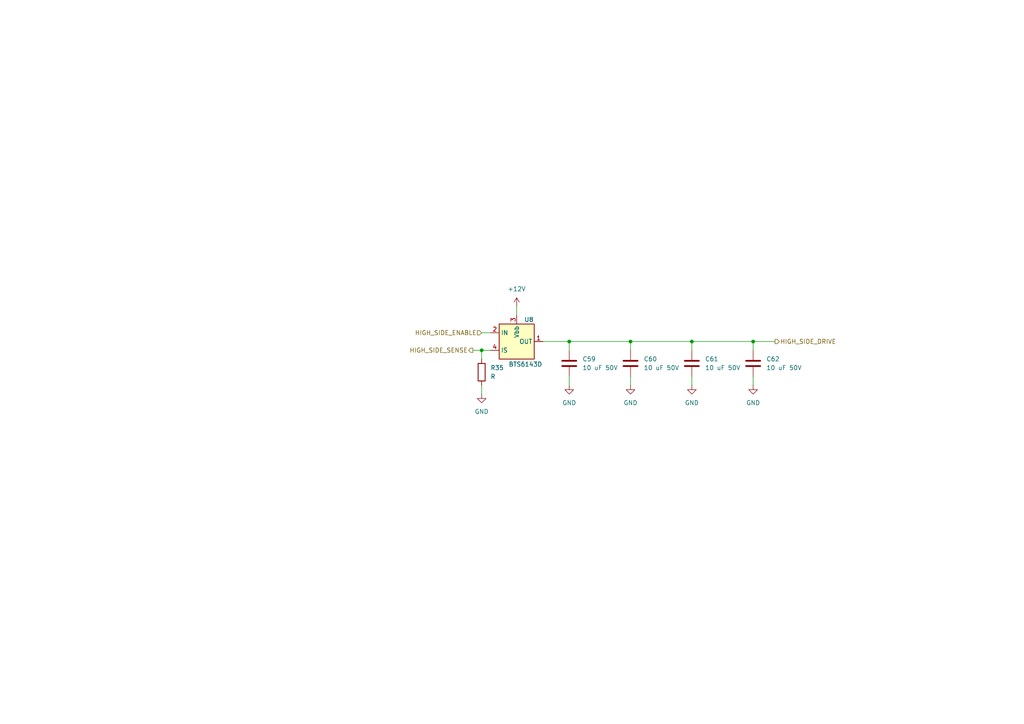
<source format=kicad_sch>
(kicad_sch (version 20231120) (generator "eeschema") (generator_version "8.0")
  (paper "A4")
  (lib_symbols
    (symbol "Device:C" (pin_numbers hide) (pin_names (offset 0.254))
      (property "Reference" "C" (at 0.635 2.54 0))
      (property "Value" "C" (at 0.635 -2.54 0))
      (symbol "C_0_1"
        (polyline (pts (xy -2.032 -0.762) (xy 2.032 -0.762)) (stroke (width 0.508)))
        (polyline (pts (xy -2.032 0.762) (xy 2.032 0.762)) (stroke (width 0.508)))
      )
      (symbol "C_1_1"
        (pin passive line (at 0 3.81 270) (length 2.794) (name "~") (number "1"))
        (pin passive line (at 0 -3.81 90) (length 2.794) (name "~") (number "2"))
      )
    )
    (symbol "Device:R" (pin_numbers hide) (pin_names (offset 0))
      (property "Reference" "R" (at 2.032 0 90))
      (property "Value" "R" (at 0 0 90))
      (symbol "R_0_1"
        (rectangle (start -1.016 -2.54) (end 1.016 2.54) (stroke (width 0.254)))
      )
      (symbol "R_1_1"
        (pin passive line (at 0 3.81 270) (length 1.27) (name "~") (number "1"))
        (pin passive line (at 0 -3.81 90) (length 1.27) (name "~") (number "2"))
      )
    )
    (symbol "Power_Management:BTS6143D"
      (property "Reference" "U" (at -5.08 6.35 0))
      (property "Value" "BTS6143D" (at 8.89 6.35 0))
      (symbol "BTS6143D_0_1"
        (rectangle (start -5.08 5.08) (end 5.08 -5.08) (stroke (width 0.254)) (fill (type background)))
      )
      (symbol "BTS6143D_1_1"
        (pin power_out line (at 7.62 0 180) (length 2.54) (name "OUT") (number "1"))
        (pin input line (at -7.62 2.54 0) (length 2.54) (name "IN") (number "2"))
        (pin power_in line (at 0 7.62 270) (length 2.54) (name "Vbb") (number "3"))
        (pin output line (at -7.62 -2.54 0) (length 2.54) (name "IS") (number "4"))
        (pin passive line (at 7.62 0 180) (length 2.54) hide (name "OUT") (number "5"))
      )
    )
    (symbol "power:+12V" (power) (pin_numbers hide) (pin_names (offset 0) hide)
      (property "Value" "+12V" (at 0 3.556 0))
      (symbol "+12V_0_1"
        (polyline (pts (xy -0.762 1.27) (xy 0 2.54)))
        (polyline (pts (xy 0 0) (xy 0 2.54)))
        (polyline (pts (xy 0 2.54) (xy 0.762 1.27)))
      )
      (symbol "+12V_1_1"
        (pin power_in line (at 0 0 90) (length 0) (name "~") (number "1"))
      )
    )
    (symbol "power:GND" (power) (pin_numbers hide) (pin_names (offset 0) hide)
      (property "Value" "GND" (at 0 -3.81 0))
      (symbol "GND_0_1"
        (polyline (pts (xy 0 0) (xy 0 -1.27) (xy 1.27 -1.27) (xy 0 -2.54) (xy -1.27 -1.27) (xy 0 -1.27)))
      )
      (symbol "GND_1_1"
        (pin power_in line (at 0 0 270) (length 0) (name "~") (number "1"))
      )
    )
  )
  (junction (at 139.7 101.6))
  (junction (at 200.66 99.06))
  (junction (at 165.1 99.06))
  (junction (at 218.44 99.06))
  (junction (at 182.88 99.06))
  (wire (pts (xy 165.1 99.06) (xy 182.88 99.06)))
  (wire (pts (xy 182.88 99.06) (xy 200.66 99.06)))
  (wire (pts (xy 165.1 99.06) (xy 165.1 101.6)))
  (wire (pts (xy 139.7 111.76) (xy 139.7 114.3)))
  (wire (pts (xy 139.7 101.6) (xy 142.24 101.6)))
  (wire (pts (xy 200.66 99.06) (xy 218.44 99.06)))
  (wire (pts (xy 165.1 109.22) (xy 165.1 111.76)))
  (wire (pts (xy 137.16 101.6) (xy 139.7 101.6)))
  (wire (pts (xy 149.86 88.9) (xy 149.86 91.44)))
  (wire (pts (xy 157.48 99.06) (xy 165.1 99.06)))
  (wire (pts (xy 218.44 99.06) (xy 224.79 99.06)))
  (wire (pts (xy 218.44 99.06) (xy 218.44 101.6)))
  (wire (pts (xy 139.7 96.52) (xy 142.24 96.52)))
  (wire (pts (xy 218.44 111.76) (xy 218.44 109.22)))
  (wire (pts (xy 139.7 101.6) (xy 139.7 104.14)))
  (wire (pts (xy 200.66 109.22) (xy 200.66 111.76)))
  (wire (pts (xy 182.88 111.76) (xy 182.88 109.22)))
  (wire (pts (xy 182.88 99.06) (xy 182.88 101.6)))
  (wire (pts (xy 200.66 99.06) (xy 200.66 101.6)))
  (hierarchical_label "HIGH_SIDE_SENSE" (shape output) (at 137.16 101.6 180))
  (hierarchical_label "HIGH_SIDE_ENABLE" (shape input) (at 139.7 96.52 180))
  (hierarchical_label "HIGH_SIDE_DRIVE" (shape output) (at 224.79 99.06 0))
  (symbol (lib_id "power:GND") (at 165.1 111.76 0) (unit 1)
    (property "Reference" "#PWR0144" (effects (hide yes)))
    (property "Value" "GND" (at 165.1 116.84 0))
    (property "Description" "Power symbol creates a global label with name \"GND\" , ground" (effects (hide yes)))
  )
  (symbol (lib_id "power:GND") (at 139.7 114.3 0) (unit 1)
    (property "Reference" "#PWR0149" (effects (hide yes)))
    (property "Value" "GND" (at 139.7 119.38 0))
    (property "Description" "Power symbol creates a global label with name \"GND\" , ground" (effects (hide yes)))
  )
  (symbol (lib_id "Device:C") (at 165.1 105.41 0) (unit 1)
    (property "Reference" "C59" (at 168.91 104.1399 0) (effects (justify left)))
    (property "Value" "10 uF 50V" (at 168.91 106.6799 0) (effects (justify left)))
    (property "Footprint" "Capacitor_SMD:C_1206_3216Metric" (effects (hide yes)))
    (property "Description" "Unpolarized capacitor" (effects (hide yes)))
  )
  (symbol (lib_id "Power_Management:BTS6143D") (at 149.86 99.06 0) (unit 1)
    (property "Reference" "U8" (at 153.416 92.71 0))
    (property "Value" "BTS6143D" (at 152.4 105.664 0))
    (property "Footprint" "Package_TO_SOT_SMD:TO-252-4" (effects (hide yes)))
    (property "Datasheet" "http://www.infineon.com/dgdl/Infineon-BTS6143D-DS-v01_00-EN.pdf?fileId=5546d4625a888733015aa3da10821022" (effects (hide yes)))
    (property "Description" "Smart High-Side Power Switch, PROFET, Single, 10mOhm, 8A, 38V, TO252-5" (effects (hide yes)))
  )
  (symbol (lib_id "power:GND") (at 200.66 111.76 0) (unit 1)
    (property "Reference" "#PWR0146" (effects (hide yes)))
    (property "Value" "GND" (at 200.66 116.84 0))
    (property "Description" "Power symbol creates a global label with name \"GND\" , ground" (effects (hide yes)))
  )
  (symbol (lib_id "Device:C") (at 200.66 105.41 0) (unit 1)
    (property "Reference" "C61" (at 204.47 104.1399 0) (effects (justify left)))
    (property "Value" "10 uF 50V" (at 204.47 106.68 0) (effects (justify left)))
    (property "Footprint" "Capacitor_SMD:C_1206_3216Metric" (effects (hide yes)))
    (property "Description" "Unpolarized capacitor" (effects (hide yes)))
  )
  (symbol (lib_id "power:+12V") (at 149.86 88.9 0) (unit 1)
    (property "Reference" "#PWR0148" (effects (hide yes)))
    (property "Value" "+12V" (at 149.86 83.82 0))
    (property "Description" "Power symbol creates a global label with name \"+12V\"" (effects (hide yes)))
  )
  (symbol (lib_id "power:GND") (at 218.44 111.76 0) (unit 1)
    (property "Reference" "#PWR0147" (effects (hide yes)))
    (property "Value" "GND" (at 218.44 116.84 0))
    (property "Description" "Power symbol creates a global label with name \"GND\" , ground" (effects (hide yes)))
  )
  (symbol (lib_id "power:GND") (at 182.88 111.76 0) (unit 1)
    (property "Reference" "#PWR0145" (effects (hide yes)))
    (property "Value" "GND" (at 182.88 116.84 0))
    (property "Description" "Power symbol creates a global label with name \"GND\" , ground" (effects (hide yes)))
  )
  (symbol (lib_id "Device:R") (at 139.7 107.95 0) (unit 1)
    (property "Reference" "R35" (at 142.24 106.6799 0) (effects (justify left)))
    (property "Value" "R" (at 142.24 109.2199 0) (effects (justify left)))
    (property "Footprint" "Resistor_SMD:R_0603_1608Metric" (effects (hide yes)))
    (property "Description" "Resistor" (effects (hide yes)))
  )
  (symbol (lib_id "Device:C") (at 218.44 105.41 0) (unit 1)
    (property "Reference" "C62" (at 222.25 104.1399 0) (effects (justify left)))
    (property "Value" "10 uF 50V" (at 222.25 106.6799 0) (effects (justify left)))
    (property "Footprint" "Capacitor_SMD:C_1206_3216Metric" (effects (hide yes)))
    (property "Description" "Unpolarized capacitor" (effects (hide yes)))
  )
  (symbol (lib_id "Device:C") (at 182.88 105.41 0) (unit 1)
    (property "Reference" "C60" (at 186.69 104.1399 0) (effects (justify left)))
    (property "Value" "10 uF 50V" (at 186.69 106.68 0) (effects (justify left)))
    (property "Footprint" "Capacitor_SMD:C_1206_3216Metric" (effects (hide yes)))
    (property "Description" "Unpolarized capacitor" (effects (hide yes)))
  )
)
</source>
